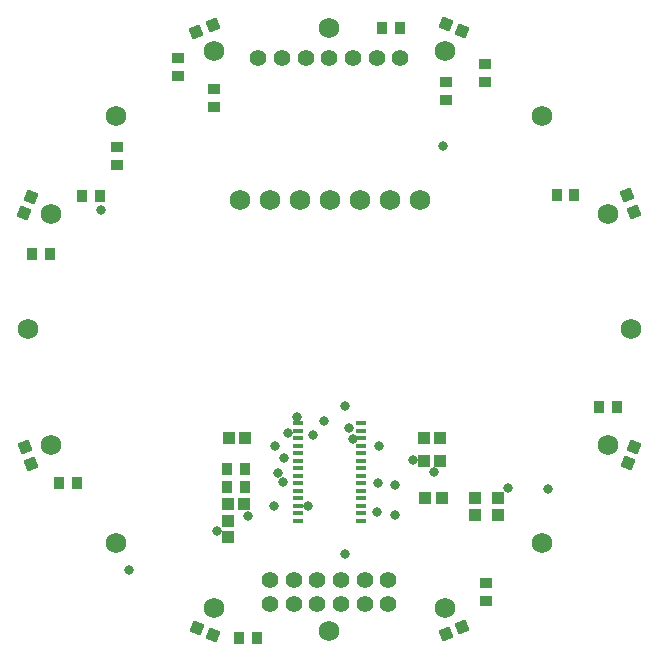
<source format=gts>
%FSLAX24Y24*%
%MOIN*%
G70*
G01*
G75*
G04 Layer_Color=8388736*
%ADD10R,0.0276X0.0354*%
%ADD11P,0.0445X4X112.5*%
%ADD12R,0.0354X0.0315*%
%ADD13R,0.0315X0.0354*%
%ADD14R,0.0354X0.0276*%
%ADD15P,0.0445X4X67.5*%
%ADD16P,0.0445X4X382.5*%
%ADD17P,0.0445X4X157.5*%
%ADD18R,0.0250X0.0098*%
%ADD19C,0.0079*%
%ADD20C,0.0004*%
%ADD21C,0.0472*%
%ADD22C,0.0600*%
%ADD23C,0.0236*%
%ADD24R,0.0356X0.0434*%
%ADD25P,0.0559X4X112.5*%
%ADD26R,0.0434X0.0395*%
%ADD27R,0.0395X0.0434*%
%ADD28R,0.0434X0.0356*%
%ADD29P,0.0559X4X67.5*%
%ADD30P,0.0559X4X382.5*%
%ADD31P,0.0559X4X157.5*%
%ADD32R,0.0330X0.0178*%
%ADD33C,0.0552*%
%ADD34C,0.0680*%
%ADD35C,0.0316*%
D24*
X8996Y-2598D02*
D03*
X9587D02*
D03*
X-2421Y-10276D02*
D03*
X-3012D02*
D03*
X-3406Y-5236D02*
D03*
X-2815D02*
D03*
X-3406Y-4646D02*
D03*
X-2815D02*
D03*
X-8406Y-5118D02*
D03*
X-8996D02*
D03*
X-7657Y4449D02*
D03*
X-8248D02*
D03*
X-9902Y2520D02*
D03*
X-9311D02*
D03*
X2343Y10039D02*
D03*
X1752D02*
D03*
X7579Y4488D02*
D03*
X8169D02*
D03*
D25*
X9943Y-4462D02*
D03*
X10169Y-3916D02*
D03*
X-10175Y3885D02*
D03*
X-9949Y4430D02*
D03*
D26*
X4843Y-5630D02*
D03*
Y-6181D02*
D03*
X5630Y-5630D02*
D03*
Y-6181D02*
D03*
X-3386Y-6929D02*
D03*
Y-6378D02*
D03*
D27*
X3740Y-5630D02*
D03*
X3189D02*
D03*
X3701Y-4370D02*
D03*
X3150D02*
D03*
X3701Y-3622D02*
D03*
X3150D02*
D03*
X-3386Y-5827D02*
D03*
X-2835D02*
D03*
X-3346Y-3622D02*
D03*
X-2795D02*
D03*
D28*
X5236Y-8445D02*
D03*
Y-9035D02*
D03*
X-7087Y5492D02*
D03*
Y6083D02*
D03*
X-5039Y8445D02*
D03*
Y9035D02*
D03*
X-3858Y7421D02*
D03*
X-3858Y8012D02*
D03*
X3898Y7657D02*
D03*
Y8248D02*
D03*
X5197D02*
D03*
Y8839D02*
D03*
D29*
X3882Y-10159D02*
D03*
X4428Y-9933D02*
D03*
X-3882Y10159D02*
D03*
X-4428Y9933D02*
D03*
D30*
X-4422Y-9943D02*
D03*
X-3877Y-10169D02*
D03*
X3885Y10175D02*
D03*
X4430Y9949D02*
D03*
D31*
X10159Y3922D02*
D03*
X9933Y4467D02*
D03*
X-10159Y-3922D02*
D03*
X-9933Y-4467D02*
D03*
D32*
X-1049Y-6381D02*
D03*
Y-6131D02*
D03*
X-1049Y-5881D02*
D03*
X-1049Y-5631D02*
D03*
X-1049Y-5381D02*
D03*
X-1049Y-5131D02*
D03*
Y-4881D02*
D03*
Y-4631D02*
D03*
Y-4381D02*
D03*
Y-4131D02*
D03*
Y-3881D02*
D03*
Y-3631D02*
D03*
Y-3381D02*
D03*
Y-3131D02*
D03*
X1063Y-3128D02*
D03*
Y-3378D02*
D03*
Y-3628D02*
D03*
X1063Y-3878D02*
D03*
X1063Y-4128D02*
D03*
Y-4378D02*
D03*
Y-4628D02*
D03*
Y-4878D02*
D03*
Y-5128D02*
D03*
Y-5378D02*
D03*
X1063Y-5628D02*
D03*
X1063Y-5878D02*
D03*
Y-6128D02*
D03*
Y-6378D02*
D03*
D33*
X-1969Y-9144D02*
D03*
X-1181D02*
D03*
X-394D02*
D03*
X394D02*
D03*
X1181D02*
D03*
X1969D02*
D03*
Y-8356D02*
D03*
X1181D02*
D03*
X394D02*
D03*
X-394D02*
D03*
X-1181D02*
D03*
X-1969D02*
D03*
X-2362Y9050D02*
D03*
X-1575D02*
D03*
X-787D02*
D03*
X0D02*
D03*
X787D02*
D03*
X1575D02*
D03*
X2362D02*
D03*
D34*
X3008Y4331D02*
D03*
X2008D02*
D03*
X1008D02*
D03*
X8Y4331D02*
D03*
X-992D02*
D03*
X-1992Y4331D02*
D03*
X-2992Y4331D02*
D03*
X9285Y3846D02*
D03*
X10050Y0D02*
D03*
X9285Y-3846D02*
D03*
X7106Y-7106D02*
D03*
X3846Y-9285D02*
D03*
X0Y-10050D02*
D03*
X-3846Y-9285D02*
D03*
X-7106Y-7106D02*
D03*
X-9285Y-3846D02*
D03*
X-10050Y0D02*
D03*
X-9285Y3846D02*
D03*
X-7106Y7106D02*
D03*
X-3846Y9285D02*
D03*
X0Y10050D02*
D03*
X3846Y9285D02*
D03*
X7106Y7106D02*
D03*
D35*
X512Y-2559D02*
D03*
X-7598Y3976D02*
D03*
X1633Y-5128D02*
D03*
X-170Y-3060D02*
D03*
X-2710Y-6210D02*
D03*
X-720Y-5890D02*
D03*
X-1540Y-5100D02*
D03*
X-1710Y-4790D02*
D03*
X-1810Y-3881D02*
D03*
X-1370Y-3460D02*
D03*
X-1090Y-2930D02*
D03*
X1640Y-3878D02*
D03*
X2780Y-4350D02*
D03*
X3500Y-4740D02*
D03*
X2188Y-5190D02*
D03*
X664Y-3300D02*
D03*
X-6670Y-8020D02*
D03*
X7290Y-5330D02*
D03*
X2200Y-6200D02*
D03*
X5940Y-5280D02*
D03*
X1580Y-6070D02*
D03*
X510Y-7470D02*
D03*
X780Y-3650D02*
D03*
X-540Y-3520D02*
D03*
X-3760Y-6730D02*
D03*
X-1851Y-5881D02*
D03*
X3777Y6100D02*
D03*
X-1520Y-4270D02*
D03*
M02*

</source>
